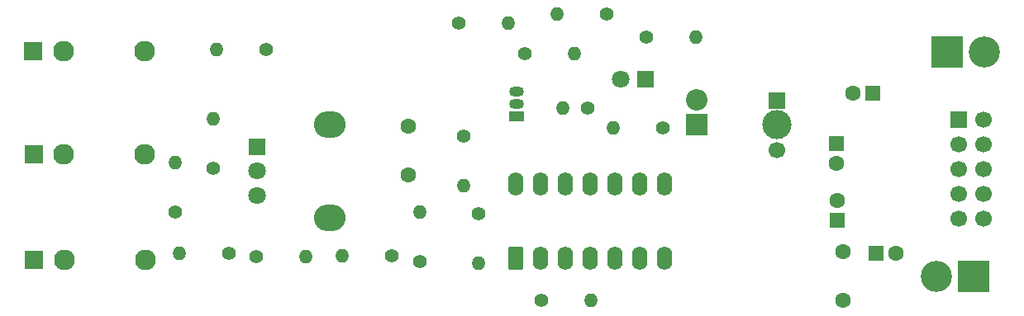
<source format=gbr>
%TF.GenerationSoftware,KiCad,Pcbnew,9.0.1*%
%TF.CreationDate,2025-06-03T19:58:47+02:00*%
%TF.ProjectId,lfo,6c666f2e-6b69-4636-9164-5f7063625858,rev?*%
%TF.SameCoordinates,Original*%
%TF.FileFunction,Soldermask,Bot*%
%TF.FilePolarity,Negative*%
%FSLAX46Y46*%
G04 Gerber Fmt 4.6, Leading zero omitted, Abs format (unit mm)*
G04 Created by KiCad (PCBNEW 9.0.1) date 2025-06-03 19:58:47*
%MOMM*%
%LPD*%
G01*
G04 APERTURE LIST*
G04 Aperture macros list*
%AMRoundRect*
0 Rectangle with rounded corners*
0 $1 Rounding radius*
0 $2 $3 $4 $5 $6 $7 $8 $9 X,Y pos of 4 corners*
0 Add a 4 corners polygon primitive as box body*
4,1,4,$2,$3,$4,$5,$6,$7,$8,$9,$2,$3,0*
0 Add four circle primitives for the rounded corners*
1,1,$1+$1,$2,$3*
1,1,$1+$1,$4,$5*
1,1,$1+$1,$6,$7*
1,1,$1+$1,$8,$9*
0 Add four rect primitives between the rounded corners*
20,1,$1+$1,$2,$3,$4,$5,0*
20,1,$1+$1,$4,$5,$6,$7,0*
20,1,$1+$1,$6,$7,$8,$9,0*
20,1,$1+$1,$8,$9,$2,$3,0*%
G04 Aperture macros list end*
%ADD10R,1.700000X1.700000*%
%ADD11C,3.000000*%
%ADD12C,1.700000*%
%ADD13R,1.830000X1.930000*%
%ADD14C,2.130000*%
%ADD15C,1.400000*%
%ADD16O,1.400000X1.400000*%
%ADD17C,1.600000*%
%ADD18R,1.800000X1.800000*%
%ADD19C,1.800000*%
%ADD20R,2.200000X2.200000*%
%ADD21O,2.200000X2.200000*%
%ADD22RoundRect,0.250000X0.550000X-0.950000X0.550000X0.950000X-0.550000X0.950000X-0.550000X-0.950000X0*%
%ADD23O,1.600000X2.400000*%
%ADD24R,1.500000X1.050000*%
%ADD25O,1.500000X1.050000*%
%ADD26R,1.600000X1.600000*%
%ADD27R,3.200000X3.200000*%
%ADD28O,3.200000X3.200000*%
%ADD29O,3.240000X2.720000*%
G04 APERTURE END LIST*
D10*
%TO.C,SW1*%
X136400000Y-22550000D03*
D11*
X136400000Y-25050000D03*
D12*
X136400000Y-27630000D03*
%TD*%
%TO.C,J4*%
X157540000Y-34700000D03*
X155000000Y-34700000D03*
X157540000Y-32160000D03*
X155000000Y-32160000D03*
X157540000Y-29620000D03*
X155000000Y-29620000D03*
X157540000Y-27080000D03*
X155000000Y-27080000D03*
X157540000Y-24540000D03*
D10*
X155000000Y-24540000D03*
%TD*%
D13*
%TO.C,J3*%
X60300000Y-38900000D03*
D14*
X71700000Y-38900000D03*
X63400000Y-38900000D03*
%TD*%
D15*
%TO.C,R2*%
X112270000Y-43080000D03*
D16*
X117350000Y-43080000D03*
%TD*%
D15*
%TO.C,R4*%
X96940000Y-38500000D03*
D16*
X91860000Y-38500000D03*
%TD*%
D15*
%TO.C,R12*%
X104300000Y-26210000D03*
D16*
X104300000Y-31290000D03*
%TD*%
D17*
%TO.C,C4*%
X143150000Y-38100000D03*
X143150000Y-43100000D03*
%TD*%
D15*
%TO.C,R9*%
X84040000Y-17300000D03*
D16*
X78960000Y-17300000D03*
%TD*%
D15*
%TO.C,R11*%
X124650000Y-25350000D03*
D16*
X119570000Y-25350000D03*
%TD*%
D18*
%TO.C,D2*%
X122900000Y-20400000D03*
D19*
X120360000Y-20400000D03*
%TD*%
D15*
%TO.C,R14*%
X118940000Y-13700000D03*
D16*
X113860000Y-13700000D03*
%TD*%
D15*
%TO.C,R16*%
X83045000Y-38575000D03*
D16*
X88125000Y-38575000D03*
%TD*%
D15*
%TO.C,R1*%
X78600000Y-29500000D03*
D16*
X78600000Y-24420000D03*
%TD*%
D15*
%TO.C,R10*%
X122960000Y-16050000D03*
D16*
X128040000Y-16050000D03*
%TD*%
D15*
%TO.C,R7*%
X110575000Y-17725000D03*
D16*
X115655000Y-17725000D03*
%TD*%
D13*
%TO.C,J2*%
X60220000Y-28100000D03*
D14*
X71620000Y-28100000D03*
X63320000Y-28100000D03*
%TD*%
D20*
%TO.C,D1*%
X128200000Y-25071766D03*
D21*
X128200000Y-22531766D03*
%TD*%
D22*
%TO.C,U1*%
X109620000Y-38720000D03*
D23*
X112160000Y-38720000D03*
X114700000Y-38720000D03*
X117240000Y-38720000D03*
X119780000Y-38720000D03*
X122320000Y-38720000D03*
X124860000Y-38720000D03*
X124860000Y-31100000D03*
X122320000Y-31100000D03*
X119780000Y-31100000D03*
X117240000Y-31100000D03*
X114700000Y-31100000D03*
X112160000Y-31100000D03*
X109620000Y-31100000D03*
%TD*%
D15*
%TO.C,R5*%
X74750000Y-34040000D03*
D16*
X74750000Y-28960000D03*
%TD*%
D15*
%TO.C,R6*%
X80200000Y-38200000D03*
D16*
X75120000Y-38200000D03*
%TD*%
D17*
%TO.C,C1*%
X98640000Y-30230000D03*
X98640000Y-25230000D03*
%TD*%
D15*
%TO.C,R13*%
X116970000Y-23350000D03*
D16*
X114430000Y-23350000D03*
%TD*%
D15*
%TO.C,R15*%
X105800000Y-34200000D03*
D16*
X105800000Y-39280000D03*
%TD*%
D15*
%TO.C,R8*%
X99800000Y-39090000D03*
D16*
X99800000Y-34010000D03*
%TD*%
D15*
%TO.C,R3*%
X103760000Y-14650000D03*
D16*
X108840000Y-14650000D03*
%TD*%
D13*
%TO.C,J1*%
X60200000Y-17500000D03*
D14*
X71600000Y-17500000D03*
X63300000Y-17500000D03*
%TD*%
D24*
%TO.C,Q1*%
X109700000Y-24200000D03*
D25*
X109700000Y-22930000D03*
X109700000Y-21660000D03*
%TD*%
D26*
%TO.C,C7*%
X146194888Y-21850000D03*
D17*
X144194888Y-21850000D03*
%TD*%
D26*
%TO.C,C3*%
X146550000Y-38250000D03*
D17*
X148550000Y-38250000D03*
%TD*%
D26*
%TO.C,C5*%
X142500000Y-27000000D03*
D17*
X142500000Y-29000000D03*
%TD*%
D26*
%TO.C,C2*%
X142550000Y-34850000D03*
D17*
X142550000Y-32850000D03*
%TD*%
D27*
%TO.C,D4*%
X156560000Y-40600000D03*
D28*
X152750000Y-40600000D03*
%TD*%
D27*
%TO.C,D3*%
X153795000Y-17600000D03*
D28*
X157605000Y-17600000D03*
%TD*%
D29*
%TO.C,RV1*%
X90600000Y-25000000D03*
X90600000Y-34600000D03*
D18*
X83100000Y-27300000D03*
D19*
X83100000Y-29800000D03*
X83100000Y-32300000D03*
%TD*%
M02*

</source>
